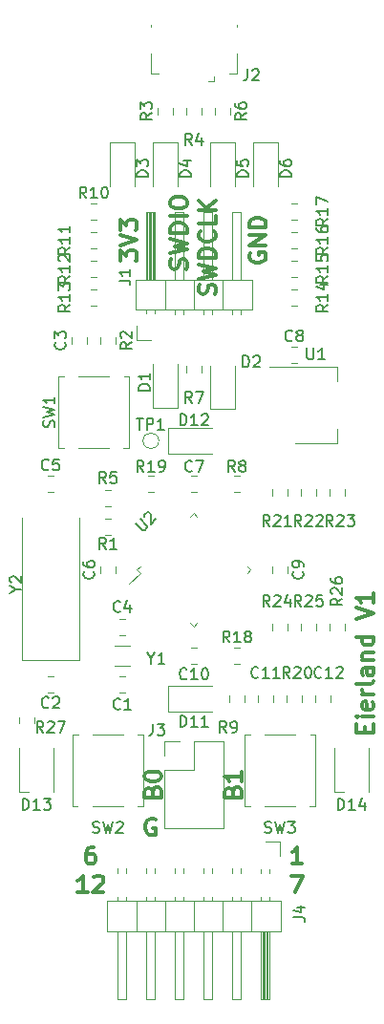
<source format=gbr>
G04 #@! TF.GenerationSoftware,KiCad,Pcbnew,5.0.2-bee76a0~70~ubuntu18.04.1*
G04 #@! TF.CreationDate,2019-11-16T15:20:31+01:00*
G04 #@! TF.ProjectId,Eierland,45696572-6c61-46e6-942e-6b696361645f,rev?*
G04 #@! TF.SameCoordinates,Original*
G04 #@! TF.FileFunction,Legend,Top*
G04 #@! TF.FilePolarity,Positive*
%FSLAX46Y46*%
G04 Gerber Fmt 4.6, Leading zero omitted, Abs format (unit mm)*
G04 Created by KiCad (PCBNEW 5.0.2-bee76a0~70~ubuntu18.04.1) date za 16 nov 2019 15:20:31 CET*
%MOMM*%
%LPD*%
G01*
G04 APERTURE LIST*
%ADD10C,0.300000*%
%ADD11C,0.120000*%
%ADD12C,0.150000*%
G04 APERTURE END LIST*
D10*
X147212857Y-129967857D02*
X147212857Y-129467857D01*
X147998571Y-129253571D02*
X147998571Y-129967857D01*
X146498571Y-129967857D01*
X146498571Y-129253571D01*
X147998571Y-128610714D02*
X146998571Y-128610714D01*
X146498571Y-128610714D02*
X146570000Y-128682142D01*
X146641428Y-128610714D01*
X146570000Y-128539285D01*
X146498571Y-128610714D01*
X146641428Y-128610714D01*
X147927142Y-127325000D02*
X147998571Y-127467857D01*
X147998571Y-127753571D01*
X147927142Y-127896428D01*
X147784285Y-127967857D01*
X147212857Y-127967857D01*
X147070000Y-127896428D01*
X146998571Y-127753571D01*
X146998571Y-127467857D01*
X147070000Y-127325000D01*
X147212857Y-127253571D01*
X147355714Y-127253571D01*
X147498571Y-127967857D01*
X147998571Y-126610714D02*
X146998571Y-126610714D01*
X147284285Y-126610714D02*
X147141428Y-126539285D01*
X147070000Y-126467857D01*
X146998571Y-126325000D01*
X146998571Y-126182142D01*
X147998571Y-125467857D02*
X147927142Y-125610714D01*
X147784285Y-125682142D01*
X146498571Y-125682142D01*
X147998571Y-124253571D02*
X147212857Y-124253571D01*
X147070000Y-124325000D01*
X146998571Y-124467857D01*
X146998571Y-124753571D01*
X147070000Y-124896428D01*
X147927142Y-124253571D02*
X147998571Y-124396428D01*
X147998571Y-124753571D01*
X147927142Y-124896428D01*
X147784285Y-124967857D01*
X147641428Y-124967857D01*
X147498571Y-124896428D01*
X147427142Y-124753571D01*
X147427142Y-124396428D01*
X147355714Y-124253571D01*
X146998571Y-123539285D02*
X147998571Y-123539285D01*
X147141428Y-123539285D02*
X147070000Y-123467857D01*
X146998571Y-123325000D01*
X146998571Y-123110714D01*
X147070000Y-122967857D01*
X147212857Y-122896428D01*
X147998571Y-122896428D01*
X147998571Y-121539285D02*
X146498571Y-121539285D01*
X147927142Y-121539285D02*
X147998571Y-121682142D01*
X147998571Y-121967857D01*
X147927142Y-122110714D01*
X147855714Y-122182142D01*
X147712857Y-122253571D01*
X147284285Y-122253571D01*
X147141428Y-122182142D01*
X147070000Y-122110714D01*
X146998571Y-121967857D01*
X146998571Y-121682142D01*
X147070000Y-121539285D01*
X146498571Y-119896428D02*
X147998571Y-119396428D01*
X146498571Y-118896428D01*
X147998571Y-117610714D02*
X147998571Y-118467857D01*
X147998571Y-118039285D02*
X146498571Y-118039285D01*
X146712857Y-118182142D01*
X146855714Y-118325000D01*
X146927142Y-118467857D01*
X137045000Y-87502857D02*
X136973571Y-87645714D01*
X136973571Y-87860000D01*
X137045000Y-88074285D01*
X137187857Y-88217142D01*
X137330714Y-88288571D01*
X137616428Y-88360000D01*
X137830714Y-88360000D01*
X138116428Y-88288571D01*
X138259285Y-88217142D01*
X138402142Y-88074285D01*
X138473571Y-87860000D01*
X138473571Y-87717142D01*
X138402142Y-87502857D01*
X138330714Y-87431428D01*
X137830714Y-87431428D01*
X137830714Y-87717142D01*
X138473571Y-86788571D02*
X136973571Y-86788571D01*
X138473571Y-85931428D01*
X136973571Y-85931428D01*
X138473571Y-85217142D02*
X136973571Y-85217142D01*
X136973571Y-84860000D01*
X137045000Y-84645714D01*
X137187857Y-84502857D01*
X137330714Y-84431428D01*
X137616428Y-84360000D01*
X137830714Y-84360000D01*
X138116428Y-84431428D01*
X138259285Y-84502857D01*
X138402142Y-84645714D01*
X138473571Y-84860000D01*
X138473571Y-85217142D01*
X133957142Y-91137857D02*
X134028571Y-90923571D01*
X134028571Y-90566428D01*
X133957142Y-90423571D01*
X133885714Y-90352142D01*
X133742857Y-90280714D01*
X133600000Y-90280714D01*
X133457142Y-90352142D01*
X133385714Y-90423571D01*
X133314285Y-90566428D01*
X133242857Y-90852142D01*
X133171428Y-90995000D01*
X133100000Y-91066428D01*
X132957142Y-91137857D01*
X132814285Y-91137857D01*
X132671428Y-91066428D01*
X132600000Y-90995000D01*
X132528571Y-90852142D01*
X132528571Y-90495000D01*
X132600000Y-90280714D01*
X132528571Y-89780714D02*
X134028571Y-89423571D01*
X132957142Y-89137857D01*
X134028571Y-88852142D01*
X132528571Y-88495000D01*
X134028571Y-87923571D02*
X132528571Y-87923571D01*
X132528571Y-87566428D01*
X132600000Y-87352142D01*
X132742857Y-87209285D01*
X132885714Y-87137857D01*
X133171428Y-87066428D01*
X133385714Y-87066428D01*
X133671428Y-87137857D01*
X133814285Y-87209285D01*
X133957142Y-87352142D01*
X134028571Y-87566428D01*
X134028571Y-87923571D01*
X133885714Y-85566428D02*
X133957142Y-85637857D01*
X134028571Y-85852142D01*
X134028571Y-85995000D01*
X133957142Y-86209285D01*
X133814285Y-86352142D01*
X133671428Y-86423571D01*
X133385714Y-86495000D01*
X133171428Y-86495000D01*
X132885714Y-86423571D01*
X132742857Y-86352142D01*
X132600000Y-86209285D01*
X132528571Y-85995000D01*
X132528571Y-85852142D01*
X132600000Y-85637857D01*
X132671428Y-85566428D01*
X134028571Y-84209285D02*
X134028571Y-84923571D01*
X132528571Y-84923571D01*
X134028571Y-83709285D02*
X132528571Y-83709285D01*
X134028571Y-82852142D02*
X133171428Y-83495000D01*
X132528571Y-82852142D02*
X133385714Y-83709285D01*
X131417142Y-88903571D02*
X131488571Y-88689285D01*
X131488571Y-88332142D01*
X131417142Y-88189285D01*
X131345714Y-88117857D01*
X131202857Y-88046428D01*
X131060000Y-88046428D01*
X130917142Y-88117857D01*
X130845714Y-88189285D01*
X130774285Y-88332142D01*
X130702857Y-88617857D01*
X130631428Y-88760714D01*
X130560000Y-88832142D01*
X130417142Y-88903571D01*
X130274285Y-88903571D01*
X130131428Y-88832142D01*
X130060000Y-88760714D01*
X129988571Y-88617857D01*
X129988571Y-88260714D01*
X130060000Y-88046428D01*
X129988571Y-87546428D02*
X131488571Y-87189285D01*
X130417142Y-86903571D01*
X131488571Y-86617857D01*
X129988571Y-86260714D01*
X131488571Y-85689285D02*
X129988571Y-85689285D01*
X129988571Y-85332142D01*
X130060000Y-85117857D01*
X130202857Y-84975000D01*
X130345714Y-84903571D01*
X130631428Y-84832142D01*
X130845714Y-84832142D01*
X131131428Y-84903571D01*
X131274285Y-84975000D01*
X131417142Y-85117857D01*
X131488571Y-85332142D01*
X131488571Y-85689285D01*
X131488571Y-84189285D02*
X129988571Y-84189285D01*
X129988571Y-83189285D02*
X129988571Y-82903571D01*
X130060000Y-82760714D01*
X130202857Y-82617857D01*
X130488571Y-82546428D01*
X130988571Y-82546428D01*
X131274285Y-82617857D01*
X131417142Y-82760714D01*
X131488571Y-82903571D01*
X131488571Y-83189285D01*
X131417142Y-83332142D01*
X131274285Y-83475000D01*
X130988571Y-83546428D01*
X130488571Y-83546428D01*
X130202857Y-83475000D01*
X130060000Y-83332142D01*
X129988571Y-83189285D01*
X125543571Y-88217142D02*
X125543571Y-87288571D01*
X126115000Y-87788571D01*
X126115000Y-87574285D01*
X126186428Y-87431428D01*
X126257857Y-87360000D01*
X126400714Y-87288571D01*
X126757857Y-87288571D01*
X126900714Y-87360000D01*
X126972142Y-87431428D01*
X127043571Y-87574285D01*
X127043571Y-88002857D01*
X126972142Y-88145714D01*
X126900714Y-88217142D01*
X125543571Y-86860000D02*
X127043571Y-86360000D01*
X125543571Y-85860000D01*
X125543571Y-85502857D02*
X125543571Y-84574285D01*
X126115000Y-85074285D01*
X126115000Y-84860000D01*
X126186428Y-84717142D01*
X126257857Y-84645714D01*
X126400714Y-84574285D01*
X126757857Y-84574285D01*
X126900714Y-84645714D01*
X126972142Y-84717142D01*
X127043571Y-84860000D01*
X127043571Y-85288571D01*
X126972142Y-85431428D01*
X126900714Y-85502857D01*
X128662857Y-137680000D02*
X128520000Y-137608571D01*
X128305714Y-137608571D01*
X128091428Y-137680000D01*
X127948571Y-137822857D01*
X127877142Y-137965714D01*
X127805714Y-138251428D01*
X127805714Y-138465714D01*
X127877142Y-138751428D01*
X127948571Y-138894285D01*
X128091428Y-139037142D01*
X128305714Y-139108571D01*
X128448571Y-139108571D01*
X128662857Y-139037142D01*
X128734285Y-138965714D01*
X128734285Y-138465714D01*
X128448571Y-138465714D01*
X122650285Y-144188571D02*
X121793142Y-144188571D01*
X122221714Y-144188571D02*
X122221714Y-142688571D01*
X122078857Y-142902857D01*
X121936000Y-143045714D01*
X121793142Y-143117142D01*
X123221714Y-142831428D02*
X123293142Y-142760000D01*
X123436000Y-142688571D01*
X123793142Y-142688571D01*
X123936000Y-142760000D01*
X124007428Y-142831428D01*
X124078857Y-142974285D01*
X124078857Y-143117142D01*
X124007428Y-143331428D01*
X123150285Y-144188571D01*
X124078857Y-144188571D01*
X140724000Y-142688571D02*
X141724000Y-142688571D01*
X141081142Y-144188571D01*
X123221714Y-140148571D02*
X122936000Y-140148571D01*
X122793142Y-140220000D01*
X122721714Y-140291428D01*
X122578857Y-140505714D01*
X122507428Y-140791428D01*
X122507428Y-141362857D01*
X122578857Y-141505714D01*
X122650285Y-141577142D01*
X122793142Y-141648571D01*
X123078857Y-141648571D01*
X123221714Y-141577142D01*
X123293142Y-141505714D01*
X123364571Y-141362857D01*
X123364571Y-141005714D01*
X123293142Y-140862857D01*
X123221714Y-140791428D01*
X123078857Y-140720000D01*
X122793142Y-140720000D01*
X122650285Y-140791428D01*
X122578857Y-140862857D01*
X122507428Y-141005714D01*
X141652571Y-141648571D02*
X140795428Y-141648571D01*
X141224000Y-141648571D02*
X141224000Y-140148571D01*
X141081142Y-140362857D01*
X140938285Y-140505714D01*
X140795428Y-140577142D01*
X135528857Y-135227142D02*
X135600285Y-135012857D01*
X135671714Y-134941428D01*
X135814571Y-134870000D01*
X136028857Y-134870000D01*
X136171714Y-134941428D01*
X136243142Y-135012857D01*
X136314571Y-135155714D01*
X136314571Y-135727142D01*
X134814571Y-135727142D01*
X134814571Y-135227142D01*
X134886000Y-135084285D01*
X134957428Y-135012857D01*
X135100285Y-134941428D01*
X135243142Y-134941428D01*
X135386000Y-135012857D01*
X135457428Y-135084285D01*
X135528857Y-135227142D01*
X135528857Y-135727142D01*
X136314571Y-133441428D02*
X136314571Y-134298571D01*
X136314571Y-133870000D02*
X134814571Y-133870000D01*
X135028857Y-134012857D01*
X135171714Y-134155714D01*
X135243142Y-134298571D01*
X128416857Y-135227142D02*
X128488285Y-135012857D01*
X128559714Y-134941428D01*
X128702571Y-134870000D01*
X128916857Y-134870000D01*
X129059714Y-134941428D01*
X129131142Y-135012857D01*
X129202571Y-135155714D01*
X129202571Y-135727142D01*
X127702571Y-135727142D01*
X127702571Y-135227142D01*
X127774000Y-135084285D01*
X127845428Y-135012857D01*
X127988285Y-134941428D01*
X128131142Y-134941428D01*
X128274000Y-135012857D01*
X128345428Y-135084285D01*
X128416857Y-135227142D01*
X128416857Y-135727142D01*
X127702571Y-133941428D02*
X127702571Y-133798571D01*
X127774000Y-133655714D01*
X127845428Y-133584285D01*
X127988285Y-133512857D01*
X128274000Y-133441428D01*
X128631142Y-133441428D01*
X128916857Y-133512857D01*
X129059714Y-133584285D01*
X129131142Y-133655714D01*
X129202571Y-133798571D01*
X129202571Y-133941428D01*
X129131142Y-134084285D01*
X129059714Y-134155714D01*
X128916857Y-134227142D01*
X128631142Y-134298571D01*
X128274000Y-134298571D01*
X127988285Y-134227142D01*
X127845428Y-134155714D01*
X127774000Y-134084285D01*
X127702571Y-133941428D01*
D11*
G04 #@! TO.C,U2*
X132080000Y-110535400D02*
X132376985Y-110832385D01*
X137114600Y-115570000D02*
X136817615Y-115273015D01*
X132080000Y-120604600D02*
X131783015Y-120307615D01*
X127045400Y-115570000D02*
X127342385Y-115273015D01*
X137114600Y-115570000D02*
X136817615Y-115866985D01*
X132080000Y-110535400D02*
X131783015Y-110832385D01*
X127342385Y-115866985D02*
X126366577Y-116842792D01*
X127045400Y-115570000D02*
X127342385Y-115866985D01*
X132080000Y-120604600D02*
X132376985Y-120307615D01*
G04 #@! TO.C,C1*
X125471422Y-126440000D02*
X125988578Y-126440000D01*
X125471422Y-125020000D02*
X125988578Y-125020000D01*
G04 #@! TO.C,C2*
X119638578Y-126440000D02*
X119121422Y-126440000D01*
X119638578Y-125020000D02*
X119121422Y-125020000D01*
G04 #@! TO.C,C3*
X121210000Y-95508578D02*
X121210000Y-94991422D01*
X122630000Y-95508578D02*
X122630000Y-94991422D01*
G04 #@! TO.C,C4*
X125988578Y-119940000D02*
X125471422Y-119940000D01*
X125988578Y-121360000D02*
X125471422Y-121360000D01*
G04 #@! TO.C,C5*
X119121422Y-108660000D02*
X119638578Y-108660000D01*
X119121422Y-107240000D02*
X119638578Y-107240000D01*
G04 #@! TO.C,C6*
X123750000Y-115828578D02*
X123750000Y-115311422D01*
X125170000Y-115828578D02*
X125170000Y-115311422D01*
G04 #@! TO.C,C7*
X132338578Y-107240000D02*
X131821422Y-107240000D01*
X132338578Y-108660000D02*
X131821422Y-108660000D01*
G04 #@! TO.C,C8*
X140711422Y-97230000D02*
X141228578Y-97230000D01*
X140711422Y-95810000D02*
X141228578Y-95810000D01*
G04 #@! TO.C,C9*
X140410000Y-115311422D02*
X140410000Y-115828578D01*
X138990000Y-115311422D02*
X138990000Y-115828578D01*
G04 #@! TO.C,C10*
X132338578Y-122480000D02*
X131821422Y-122480000D01*
X132338578Y-123900000D02*
X131821422Y-123900000D01*
G04 #@! TO.C,C11*
X139140000Y-126741422D02*
X139140000Y-127258578D01*
X137720000Y-126741422D02*
X137720000Y-127258578D01*
G04 #@! TO.C,C12*
X142800000Y-127258578D02*
X142800000Y-126741422D01*
X144220000Y-127258578D02*
X144220000Y-126741422D01*
G04 #@! TO.C,D1*
X128405000Y-97330000D02*
X128405000Y-101215000D01*
X128405000Y-101215000D02*
X130675000Y-101215000D01*
X130675000Y-101215000D02*
X130675000Y-97330000D01*
G04 #@! TO.C,D2*
X135755000Y-101345000D02*
X135755000Y-97460000D01*
X133485000Y-101345000D02*
X135755000Y-101345000D01*
X133485000Y-97460000D02*
X133485000Y-101345000D01*
G04 #@! TO.C,D3*
X124595000Y-77725000D02*
X124595000Y-81610000D01*
X126865000Y-77725000D02*
X124595000Y-77725000D01*
X126865000Y-81610000D02*
X126865000Y-77725000D01*
G04 #@! TO.C,D4*
X130675000Y-81610000D02*
X130675000Y-77725000D01*
X130675000Y-77725000D02*
X128405000Y-77725000D01*
X128405000Y-77725000D02*
X128405000Y-81610000D01*
G04 #@! TO.C,D5*
X135755000Y-81610000D02*
X135755000Y-77725000D01*
X135755000Y-77725000D02*
X133485000Y-77725000D01*
X133485000Y-77725000D02*
X133485000Y-81610000D01*
G04 #@! TO.C,D6*
X137295000Y-77725000D02*
X137295000Y-81610000D01*
X139565000Y-77725000D02*
X137295000Y-77725000D01*
X139565000Y-81610000D02*
X139565000Y-77725000D01*
G04 #@! TO.C,D11*
X133680000Y-125865000D02*
X129795000Y-125865000D01*
X129795000Y-125865000D02*
X129795000Y-128135000D01*
X129795000Y-128135000D02*
X133680000Y-128135000D01*
G04 #@! TO.C,D12*
X129795000Y-105275000D02*
X133680000Y-105275000D01*
X129795000Y-103005000D02*
X129795000Y-105275000D01*
X133680000Y-103005000D02*
X129795000Y-103005000D01*
G04 #@! TO.C,D13*
X117410000Y-135300000D02*
X116610000Y-135300000D01*
X116610000Y-135300000D02*
X116610000Y-131400000D01*
X119610000Y-135300000D02*
X119610000Y-131400000D01*
G04 #@! TO.C,D14*
X147550000Y-135300000D02*
X147550000Y-131400000D01*
X144550000Y-135300000D02*
X144550000Y-131400000D01*
X145350000Y-135300000D02*
X144550000Y-135300000D01*
G04 #@! TO.C,J1*
X126940000Y-92540000D02*
X137220000Y-92540000D01*
X137220000Y-92540000D02*
X137220000Y-89880000D01*
X137220000Y-89880000D02*
X126940000Y-89880000D01*
X126940000Y-89880000D02*
X126940000Y-92540000D01*
X127890000Y-89880000D02*
X127890000Y-83880000D01*
X127890000Y-83880000D02*
X128650000Y-83880000D01*
X128650000Y-83880000D02*
X128650000Y-89880000D01*
X127950000Y-89880000D02*
X127950000Y-83880000D01*
X128070000Y-89880000D02*
X128070000Y-83880000D01*
X128190000Y-89880000D02*
X128190000Y-83880000D01*
X128310000Y-89880000D02*
X128310000Y-83880000D01*
X128430000Y-89880000D02*
X128430000Y-83880000D01*
X128550000Y-89880000D02*
X128550000Y-83880000D01*
X127890000Y-92870000D02*
X127890000Y-92540000D01*
X128650000Y-92870000D02*
X128650000Y-92540000D01*
X129540000Y-92540000D02*
X129540000Y-89880000D01*
X130430000Y-89880000D02*
X130430000Y-83880000D01*
X130430000Y-83880000D02*
X131190000Y-83880000D01*
X131190000Y-83880000D02*
X131190000Y-89880000D01*
X130430000Y-92937071D02*
X130430000Y-92540000D01*
X131190000Y-92937071D02*
X131190000Y-92540000D01*
X132080000Y-92540000D02*
X132080000Y-89880000D01*
X132970000Y-89880000D02*
X132970000Y-83880000D01*
X132970000Y-83880000D02*
X133730000Y-83880000D01*
X133730000Y-83880000D02*
X133730000Y-89880000D01*
X132970000Y-92937071D02*
X132970000Y-92540000D01*
X133730000Y-92937071D02*
X133730000Y-92540000D01*
X134620000Y-92540000D02*
X134620000Y-89880000D01*
X135510000Y-89880000D02*
X135510000Y-83880000D01*
X135510000Y-83880000D02*
X136270000Y-83880000D01*
X136270000Y-83880000D02*
X136270000Y-89880000D01*
X135510000Y-92937071D02*
X135510000Y-92540000D01*
X136270000Y-92937071D02*
X136270000Y-92540000D01*
X128270000Y-95250000D02*
X127000000Y-95250000D01*
X127000000Y-95250000D02*
X127000000Y-93980000D01*
G04 #@! TO.C,J2*
X135890000Y-71560000D02*
X135230000Y-71560000D01*
X135890000Y-69830000D02*
X135890000Y-71560000D01*
X128270000Y-67260000D02*
X128270000Y-67470000D01*
X135890000Y-67260000D02*
X135890000Y-67470000D01*
X128270000Y-69830000D02*
X128270000Y-71560000D01*
X128270000Y-71560000D02*
X128920000Y-71560000D01*
X133840000Y-72260000D02*
X133390000Y-72260000D01*
X133840000Y-72260000D02*
X133840000Y-71870000D01*
G04 #@! TO.C,J3*
X129480000Y-138490000D02*
X134680000Y-138490000D01*
X129480000Y-133350000D02*
X129480000Y-138490000D01*
X134680000Y-130750000D02*
X134680000Y-138490000D01*
X129480000Y-133350000D02*
X132080000Y-133350000D01*
X132080000Y-133350000D02*
X132080000Y-130750000D01*
X132080000Y-130750000D02*
X134680000Y-130750000D01*
X129480000Y-132080000D02*
X129480000Y-130750000D01*
X129480000Y-130750000D02*
X130810000Y-130750000D01*
G04 #@! TO.C,J4*
X139760000Y-144950000D02*
X124400000Y-144950000D01*
X124400000Y-144950000D02*
X124400000Y-147610000D01*
X124400000Y-147610000D02*
X139760000Y-147610000D01*
X139760000Y-147610000D02*
X139760000Y-144950000D01*
X138810000Y-147610000D02*
X138810000Y-153610000D01*
X138810000Y-153610000D02*
X138050000Y-153610000D01*
X138050000Y-153610000D02*
X138050000Y-147610000D01*
X138750000Y-147610000D02*
X138750000Y-153610000D01*
X138630000Y-147610000D02*
X138630000Y-153610000D01*
X138510000Y-147610000D02*
X138510000Y-153610000D01*
X138390000Y-147610000D02*
X138390000Y-153610000D01*
X138270000Y-147610000D02*
X138270000Y-153610000D01*
X138150000Y-147610000D02*
X138150000Y-153610000D01*
X138810000Y-144552929D02*
X138810000Y-144950000D01*
X138050000Y-144552929D02*
X138050000Y-144950000D01*
X138810000Y-142080000D02*
X138810000Y-142467071D01*
X138050000Y-142080000D02*
X138050000Y-142467071D01*
X137160000Y-144950000D02*
X137160000Y-147610000D01*
X136270000Y-147610000D02*
X136270000Y-153610000D01*
X136270000Y-153610000D02*
X135510000Y-153610000D01*
X135510000Y-153610000D02*
X135510000Y-147610000D01*
X136270000Y-144552929D02*
X136270000Y-144950000D01*
X135510000Y-144552929D02*
X135510000Y-144950000D01*
X136270000Y-142012929D02*
X136270000Y-142467071D01*
X135510000Y-142012929D02*
X135510000Y-142467071D01*
X134620000Y-144950000D02*
X134620000Y-147610000D01*
X133730000Y-147610000D02*
X133730000Y-153610000D01*
X133730000Y-153610000D02*
X132970000Y-153610000D01*
X132970000Y-153610000D02*
X132970000Y-147610000D01*
X133730000Y-144552929D02*
X133730000Y-144950000D01*
X132970000Y-144552929D02*
X132970000Y-144950000D01*
X133730000Y-142012929D02*
X133730000Y-142467071D01*
X132970000Y-142012929D02*
X132970000Y-142467071D01*
X132080000Y-144950000D02*
X132080000Y-147610000D01*
X131190000Y-147610000D02*
X131190000Y-153610000D01*
X131190000Y-153610000D02*
X130430000Y-153610000D01*
X130430000Y-153610000D02*
X130430000Y-147610000D01*
X131190000Y-144552929D02*
X131190000Y-144950000D01*
X130430000Y-144552929D02*
X130430000Y-144950000D01*
X131190000Y-142012929D02*
X131190000Y-142467071D01*
X130430000Y-142012929D02*
X130430000Y-142467071D01*
X129540000Y-144950000D02*
X129540000Y-147610000D01*
X128650000Y-147610000D02*
X128650000Y-153610000D01*
X128650000Y-153610000D02*
X127890000Y-153610000D01*
X127890000Y-153610000D02*
X127890000Y-147610000D01*
X128650000Y-144552929D02*
X128650000Y-144950000D01*
X127890000Y-144552929D02*
X127890000Y-144950000D01*
X128650000Y-142012929D02*
X128650000Y-142467071D01*
X127890000Y-142012929D02*
X127890000Y-142467071D01*
X127000000Y-144950000D02*
X127000000Y-147610000D01*
X126110000Y-147610000D02*
X126110000Y-153610000D01*
X126110000Y-153610000D02*
X125350000Y-153610000D01*
X125350000Y-153610000D02*
X125350000Y-147610000D01*
X126110000Y-144552929D02*
X126110000Y-144950000D01*
X125350000Y-144552929D02*
X125350000Y-144950000D01*
X126110000Y-142012929D02*
X126110000Y-142467071D01*
X125350000Y-142012929D02*
X125350000Y-142467071D01*
X138430000Y-139700000D02*
X139700000Y-139700000D01*
X139700000Y-139700000D02*
X139700000Y-140970000D01*
G04 #@! TO.C,R1*
X124201422Y-112470000D02*
X124718578Y-112470000D01*
X124201422Y-111050000D02*
X124718578Y-111050000D01*
G04 #@! TO.C,R2*
X123750000Y-94991422D02*
X123750000Y-95508578D01*
X125170000Y-94991422D02*
X125170000Y-95508578D01*
G04 #@! TO.C,R3*
X130250000Y-75188578D02*
X130250000Y-74671422D01*
X128830000Y-75188578D02*
X128830000Y-74671422D01*
G04 #@! TO.C,R4*
X131370000Y-75188578D02*
X131370000Y-74671422D01*
X132790000Y-75188578D02*
X132790000Y-74671422D01*
G04 #@! TO.C,R5*
X124718578Y-109930000D02*
X124201422Y-109930000D01*
X124718578Y-108510000D02*
X124201422Y-108510000D01*
G04 #@! TO.C,R6*
X133910000Y-74671422D02*
X133910000Y-75188578D01*
X135330000Y-74671422D02*
X135330000Y-75188578D01*
G04 #@! TO.C,R7*
X131370000Y-98048578D02*
X131370000Y-97531422D01*
X132790000Y-98048578D02*
X132790000Y-97531422D01*
G04 #@! TO.C,R8*
X136148578Y-108660000D02*
X135631422Y-108660000D01*
X136148578Y-107240000D02*
X135631422Y-107240000D01*
G04 #@! TO.C,R9*
X135180000Y-127258578D02*
X135180000Y-126741422D01*
X136600000Y-127258578D02*
X136600000Y-126741422D01*
G04 #@! TO.C,R10*
X122931422Y-83110000D02*
X123448578Y-83110000D01*
X122931422Y-84530000D02*
X123448578Y-84530000D01*
G04 #@! TO.C,R11*
X122931422Y-87070000D02*
X123448578Y-87070000D01*
X122931422Y-85650000D02*
X123448578Y-85650000D01*
G04 #@! TO.C,R12*
X122931422Y-88190000D02*
X123448578Y-88190000D01*
X122931422Y-89610000D02*
X123448578Y-89610000D01*
G04 #@! TO.C,R13*
X122931422Y-92150000D02*
X123448578Y-92150000D01*
X122931422Y-90730000D02*
X123448578Y-90730000D01*
G04 #@! TO.C,R14*
X141228578Y-92150000D02*
X140711422Y-92150000D01*
X141228578Y-90730000D02*
X140711422Y-90730000D01*
G04 #@! TO.C,R15*
X141228578Y-88190000D02*
X140711422Y-88190000D01*
X141228578Y-89610000D02*
X140711422Y-89610000D01*
G04 #@! TO.C,R16*
X141228578Y-87070000D02*
X140711422Y-87070000D01*
X141228578Y-85650000D02*
X140711422Y-85650000D01*
G04 #@! TO.C,R17*
X141228578Y-83110000D02*
X140711422Y-83110000D01*
X141228578Y-84530000D02*
X140711422Y-84530000D01*
G04 #@! TO.C,R18*
X135631422Y-122480000D02*
X136148578Y-122480000D01*
X135631422Y-123900000D02*
X136148578Y-123900000D01*
G04 #@! TO.C,R19*
X128011422Y-108660000D02*
X128528578Y-108660000D01*
X128011422Y-107240000D02*
X128528578Y-107240000D01*
G04 #@! TO.C,R20*
X140260000Y-126741422D02*
X140260000Y-127258578D01*
X141680000Y-126741422D02*
X141680000Y-127258578D01*
G04 #@! TO.C,R21*
X138990000Y-108970578D02*
X138990000Y-108453422D01*
X140410000Y-108970578D02*
X140410000Y-108453422D01*
G04 #@! TO.C,R22*
X142950000Y-108970578D02*
X142950000Y-108453422D01*
X141530000Y-108970578D02*
X141530000Y-108453422D01*
G04 #@! TO.C,R23*
X144070000Y-108970578D02*
X144070000Y-108453422D01*
X145490000Y-108970578D02*
X145490000Y-108453422D01*
G04 #@! TO.C,R24*
X140410000Y-120908578D02*
X140410000Y-120391422D01*
X138990000Y-120908578D02*
X138990000Y-120391422D01*
G04 #@! TO.C,R25*
X141530000Y-120908578D02*
X141530000Y-120391422D01*
X142950000Y-120908578D02*
X142950000Y-120391422D01*
G04 #@! TO.C,R26*
X145490000Y-120908578D02*
X145490000Y-120391422D01*
X144070000Y-120908578D02*
X144070000Y-120391422D01*
G04 #@! TO.C,SW1*
X125840000Y-104750000D02*
X126290000Y-104750000D01*
X126290000Y-104750000D02*
X126290000Y-98450000D01*
X126290000Y-98450000D02*
X125890000Y-98450000D01*
X124540000Y-104750000D02*
X121840000Y-104750000D01*
X121840000Y-98450000D02*
X124540000Y-98450000D01*
X120090000Y-104750000D02*
X120090000Y-98450000D01*
X120090000Y-98450000D02*
X120540000Y-98450000D01*
X120540000Y-104750000D02*
X120090000Y-104750000D01*
G04 #@! TO.C,SW2*
X127110000Y-130200000D02*
X127560000Y-130200000D01*
X127560000Y-136500000D02*
X127110000Y-136500000D01*
X127560000Y-130200000D02*
X127560000Y-136500000D01*
X125810000Y-136500000D02*
X123110000Y-136500000D01*
X123110000Y-130200000D02*
X125810000Y-130200000D01*
X121360000Y-136500000D02*
X121760000Y-136500000D01*
X121360000Y-130200000D02*
X121360000Y-136500000D01*
X121810000Y-130200000D02*
X121360000Y-130200000D01*
G04 #@! TO.C,SW3*
X142350000Y-136500000D02*
X142800000Y-136500000D01*
X142800000Y-136500000D02*
X142800000Y-130200000D01*
X142800000Y-130200000D02*
X142400000Y-130200000D01*
X141050000Y-136500000D02*
X138350000Y-136500000D01*
X138350000Y-130200000D02*
X141050000Y-130200000D01*
X136600000Y-136500000D02*
X136600000Y-130200000D01*
X136600000Y-130200000D02*
X137050000Y-130200000D01*
X137050000Y-136500000D02*
X136600000Y-136500000D01*
G04 #@! TO.C,TP1*
X128970000Y-104140000D02*
G75*
G03X128970000Y-104140000I-700000J0D01*
G01*
G04 #@! TO.C,Y1*
X125055000Y-124065000D02*
X126405000Y-124065000D01*
X125055000Y-122315000D02*
X126405000Y-122315000D01*
G04 #@! TO.C,Y2*
X116830000Y-110940000D02*
X116830000Y-123540000D01*
X116830000Y-123540000D02*
X121930000Y-123540000D01*
X121930000Y-123540000D02*
X121930000Y-110940000D01*
G04 #@! TO.C,R27*
X117985001Y-128646422D02*
X117985001Y-129163578D01*
X116565001Y-128646422D02*
X116565001Y-129163578D01*
G04 #@! TO.C,U1*
X144785000Y-104375000D02*
X144785000Y-103115000D01*
X144785000Y-97555000D02*
X144785000Y-98815000D01*
X141025000Y-104375000D02*
X144785000Y-104375000D01*
X138775000Y-97555000D02*
X144785000Y-97555000D01*
G04 #@! TO.C,U2*
D12*
X126911385Y-111478881D02*
X127483805Y-112051301D01*
X127584820Y-112084973D01*
X127652164Y-112084973D01*
X127753179Y-112051301D01*
X127887866Y-111916614D01*
X127921538Y-111815599D01*
X127921538Y-111748255D01*
X127887866Y-111647240D01*
X127315446Y-111074820D01*
X127685836Y-110839118D02*
X127685836Y-110771775D01*
X127719507Y-110670759D01*
X127887866Y-110502401D01*
X127988881Y-110468729D01*
X128056225Y-110468729D01*
X128157240Y-110502401D01*
X128224584Y-110569744D01*
X128291927Y-110704431D01*
X128291927Y-111512553D01*
X128729660Y-111074820D01*
G04 #@! TO.C,C1*
X125563333Y-127865142D02*
X125515714Y-127912761D01*
X125372857Y-127960380D01*
X125277619Y-127960380D01*
X125134761Y-127912761D01*
X125039523Y-127817523D01*
X124991904Y-127722285D01*
X124944285Y-127531809D01*
X124944285Y-127388952D01*
X124991904Y-127198476D01*
X125039523Y-127103238D01*
X125134761Y-127008000D01*
X125277619Y-126960380D01*
X125372857Y-126960380D01*
X125515714Y-127008000D01*
X125563333Y-127055619D01*
X126515714Y-127960380D02*
X125944285Y-127960380D01*
X126230000Y-127960380D02*
X126230000Y-126960380D01*
X126134761Y-127103238D01*
X126039523Y-127198476D01*
X125944285Y-127246095D01*
G04 #@! TO.C,C2*
X119213333Y-127737142D02*
X119165714Y-127784761D01*
X119022857Y-127832380D01*
X118927619Y-127832380D01*
X118784761Y-127784761D01*
X118689523Y-127689523D01*
X118641904Y-127594285D01*
X118594285Y-127403809D01*
X118594285Y-127260952D01*
X118641904Y-127070476D01*
X118689523Y-126975238D01*
X118784761Y-126880000D01*
X118927619Y-126832380D01*
X119022857Y-126832380D01*
X119165714Y-126880000D01*
X119213333Y-126927619D01*
X119594285Y-126927619D02*
X119641904Y-126880000D01*
X119737142Y-126832380D01*
X119975238Y-126832380D01*
X120070476Y-126880000D01*
X120118095Y-126927619D01*
X120165714Y-127022857D01*
X120165714Y-127118095D01*
X120118095Y-127260952D01*
X119546666Y-127832380D01*
X120165714Y-127832380D01*
G04 #@! TO.C,C3*
X120627142Y-95416666D02*
X120674761Y-95464285D01*
X120722380Y-95607142D01*
X120722380Y-95702380D01*
X120674761Y-95845238D01*
X120579523Y-95940476D01*
X120484285Y-95988095D01*
X120293809Y-96035714D01*
X120150952Y-96035714D01*
X119960476Y-95988095D01*
X119865238Y-95940476D01*
X119770000Y-95845238D01*
X119722380Y-95702380D01*
X119722380Y-95607142D01*
X119770000Y-95464285D01*
X119817619Y-95416666D01*
X119722380Y-95083333D02*
X119722380Y-94464285D01*
X120103333Y-94797619D01*
X120103333Y-94654761D01*
X120150952Y-94559523D01*
X120198571Y-94511904D01*
X120293809Y-94464285D01*
X120531904Y-94464285D01*
X120627142Y-94511904D01*
X120674761Y-94559523D01*
X120722380Y-94654761D01*
X120722380Y-94940476D01*
X120674761Y-95035714D01*
X120627142Y-95083333D01*
G04 #@! TO.C,C4*
X125563333Y-119229142D02*
X125515714Y-119276761D01*
X125372857Y-119324380D01*
X125277619Y-119324380D01*
X125134761Y-119276761D01*
X125039523Y-119181523D01*
X124991904Y-119086285D01*
X124944285Y-118895809D01*
X124944285Y-118752952D01*
X124991904Y-118562476D01*
X125039523Y-118467238D01*
X125134761Y-118372000D01*
X125277619Y-118324380D01*
X125372857Y-118324380D01*
X125515714Y-118372000D01*
X125563333Y-118419619D01*
X126420476Y-118657714D02*
X126420476Y-119324380D01*
X126182380Y-118276761D02*
X125944285Y-118991047D01*
X126563333Y-118991047D01*
G04 #@! TO.C,C5*
X119213333Y-106657142D02*
X119165714Y-106704761D01*
X119022857Y-106752380D01*
X118927619Y-106752380D01*
X118784761Y-106704761D01*
X118689523Y-106609523D01*
X118641904Y-106514285D01*
X118594285Y-106323809D01*
X118594285Y-106180952D01*
X118641904Y-105990476D01*
X118689523Y-105895238D01*
X118784761Y-105800000D01*
X118927619Y-105752380D01*
X119022857Y-105752380D01*
X119165714Y-105800000D01*
X119213333Y-105847619D01*
X120118095Y-105752380D02*
X119641904Y-105752380D01*
X119594285Y-106228571D01*
X119641904Y-106180952D01*
X119737142Y-106133333D01*
X119975238Y-106133333D01*
X120070476Y-106180952D01*
X120118095Y-106228571D01*
X120165714Y-106323809D01*
X120165714Y-106561904D01*
X120118095Y-106657142D01*
X120070476Y-106704761D01*
X119975238Y-106752380D01*
X119737142Y-106752380D01*
X119641904Y-106704761D01*
X119594285Y-106657142D01*
G04 #@! TO.C,C6*
X123167142Y-115736666D02*
X123214761Y-115784285D01*
X123262380Y-115927142D01*
X123262380Y-116022380D01*
X123214761Y-116165238D01*
X123119523Y-116260476D01*
X123024285Y-116308095D01*
X122833809Y-116355714D01*
X122690952Y-116355714D01*
X122500476Y-116308095D01*
X122405238Y-116260476D01*
X122310000Y-116165238D01*
X122262380Y-116022380D01*
X122262380Y-115927142D01*
X122310000Y-115784285D01*
X122357619Y-115736666D01*
X122262380Y-114879523D02*
X122262380Y-115070000D01*
X122310000Y-115165238D01*
X122357619Y-115212857D01*
X122500476Y-115308095D01*
X122690952Y-115355714D01*
X123071904Y-115355714D01*
X123167142Y-115308095D01*
X123214761Y-115260476D01*
X123262380Y-115165238D01*
X123262380Y-114974761D01*
X123214761Y-114879523D01*
X123167142Y-114831904D01*
X123071904Y-114784285D01*
X122833809Y-114784285D01*
X122738571Y-114831904D01*
X122690952Y-114879523D01*
X122643333Y-114974761D01*
X122643333Y-115165238D01*
X122690952Y-115260476D01*
X122738571Y-115308095D01*
X122833809Y-115355714D01*
G04 #@! TO.C,C7*
X131913333Y-106783142D02*
X131865714Y-106830761D01*
X131722857Y-106878380D01*
X131627619Y-106878380D01*
X131484761Y-106830761D01*
X131389523Y-106735523D01*
X131341904Y-106640285D01*
X131294285Y-106449809D01*
X131294285Y-106306952D01*
X131341904Y-106116476D01*
X131389523Y-106021238D01*
X131484761Y-105926000D01*
X131627619Y-105878380D01*
X131722857Y-105878380D01*
X131865714Y-105926000D01*
X131913333Y-105973619D01*
X132246666Y-105878380D02*
X132913333Y-105878380D01*
X132484761Y-106878380D01*
G04 #@! TO.C,C8*
X140803333Y-95227142D02*
X140755714Y-95274761D01*
X140612857Y-95322380D01*
X140517619Y-95322380D01*
X140374761Y-95274761D01*
X140279523Y-95179523D01*
X140231904Y-95084285D01*
X140184285Y-94893809D01*
X140184285Y-94750952D01*
X140231904Y-94560476D01*
X140279523Y-94465238D01*
X140374761Y-94370000D01*
X140517619Y-94322380D01*
X140612857Y-94322380D01*
X140755714Y-94370000D01*
X140803333Y-94417619D01*
X141374761Y-94750952D02*
X141279523Y-94703333D01*
X141231904Y-94655714D01*
X141184285Y-94560476D01*
X141184285Y-94512857D01*
X141231904Y-94417619D01*
X141279523Y-94370000D01*
X141374761Y-94322380D01*
X141565238Y-94322380D01*
X141660476Y-94370000D01*
X141708095Y-94417619D01*
X141755714Y-94512857D01*
X141755714Y-94560476D01*
X141708095Y-94655714D01*
X141660476Y-94703333D01*
X141565238Y-94750952D01*
X141374761Y-94750952D01*
X141279523Y-94798571D01*
X141231904Y-94846190D01*
X141184285Y-94941428D01*
X141184285Y-95131904D01*
X141231904Y-95227142D01*
X141279523Y-95274761D01*
X141374761Y-95322380D01*
X141565238Y-95322380D01*
X141660476Y-95274761D01*
X141708095Y-95227142D01*
X141755714Y-95131904D01*
X141755714Y-94941428D01*
X141708095Y-94846190D01*
X141660476Y-94798571D01*
X141565238Y-94750952D01*
G04 #@! TO.C,C9*
X141707142Y-115736666D02*
X141754761Y-115784285D01*
X141802380Y-115927142D01*
X141802380Y-116022380D01*
X141754761Y-116165238D01*
X141659523Y-116260476D01*
X141564285Y-116308095D01*
X141373809Y-116355714D01*
X141230952Y-116355714D01*
X141040476Y-116308095D01*
X140945238Y-116260476D01*
X140850000Y-116165238D01*
X140802380Y-116022380D01*
X140802380Y-115927142D01*
X140850000Y-115784285D01*
X140897619Y-115736666D01*
X141802380Y-115260476D02*
X141802380Y-115070000D01*
X141754761Y-114974761D01*
X141707142Y-114927142D01*
X141564285Y-114831904D01*
X141373809Y-114784285D01*
X140992857Y-114784285D01*
X140897619Y-114831904D01*
X140850000Y-114879523D01*
X140802380Y-114974761D01*
X140802380Y-115165238D01*
X140850000Y-115260476D01*
X140897619Y-115308095D01*
X140992857Y-115355714D01*
X141230952Y-115355714D01*
X141326190Y-115308095D01*
X141373809Y-115260476D01*
X141421428Y-115165238D01*
X141421428Y-114974761D01*
X141373809Y-114879523D01*
X141326190Y-114831904D01*
X141230952Y-114784285D01*
G04 #@! TO.C,C10*
X131437142Y-125197142D02*
X131389523Y-125244761D01*
X131246666Y-125292380D01*
X131151428Y-125292380D01*
X131008571Y-125244761D01*
X130913333Y-125149523D01*
X130865714Y-125054285D01*
X130818095Y-124863809D01*
X130818095Y-124720952D01*
X130865714Y-124530476D01*
X130913333Y-124435238D01*
X131008571Y-124340000D01*
X131151428Y-124292380D01*
X131246666Y-124292380D01*
X131389523Y-124340000D01*
X131437142Y-124387619D01*
X132389523Y-125292380D02*
X131818095Y-125292380D01*
X132103809Y-125292380D02*
X132103809Y-124292380D01*
X132008571Y-124435238D01*
X131913333Y-124530476D01*
X131818095Y-124578095D01*
X133008571Y-124292380D02*
X133103809Y-124292380D01*
X133199047Y-124340000D01*
X133246666Y-124387619D01*
X133294285Y-124482857D01*
X133341904Y-124673333D01*
X133341904Y-124911428D01*
X133294285Y-125101904D01*
X133246666Y-125197142D01*
X133199047Y-125244761D01*
X133103809Y-125292380D01*
X133008571Y-125292380D01*
X132913333Y-125244761D01*
X132865714Y-125197142D01*
X132818095Y-125101904D01*
X132770476Y-124911428D01*
X132770476Y-124673333D01*
X132818095Y-124482857D01*
X132865714Y-124387619D01*
X132913333Y-124340000D01*
X133008571Y-124292380D01*
G04 #@! TO.C,C11*
X137787142Y-125071142D02*
X137739523Y-125118761D01*
X137596666Y-125166380D01*
X137501428Y-125166380D01*
X137358571Y-125118761D01*
X137263333Y-125023523D01*
X137215714Y-124928285D01*
X137168095Y-124737809D01*
X137168095Y-124594952D01*
X137215714Y-124404476D01*
X137263333Y-124309238D01*
X137358571Y-124214000D01*
X137501428Y-124166380D01*
X137596666Y-124166380D01*
X137739523Y-124214000D01*
X137787142Y-124261619D01*
X138739523Y-125166380D02*
X138168095Y-125166380D01*
X138453809Y-125166380D02*
X138453809Y-124166380D01*
X138358571Y-124309238D01*
X138263333Y-124404476D01*
X138168095Y-124452095D01*
X139691904Y-125166380D02*
X139120476Y-125166380D01*
X139406190Y-125166380D02*
X139406190Y-124166380D01*
X139310952Y-124309238D01*
X139215714Y-124404476D01*
X139120476Y-124452095D01*
G04 #@! TO.C,C12*
X143375142Y-125071142D02*
X143327523Y-125118761D01*
X143184666Y-125166380D01*
X143089428Y-125166380D01*
X142946571Y-125118761D01*
X142851333Y-125023523D01*
X142803714Y-124928285D01*
X142756095Y-124737809D01*
X142756095Y-124594952D01*
X142803714Y-124404476D01*
X142851333Y-124309238D01*
X142946571Y-124214000D01*
X143089428Y-124166380D01*
X143184666Y-124166380D01*
X143327523Y-124214000D01*
X143375142Y-124261619D01*
X144327523Y-125166380D02*
X143756095Y-125166380D01*
X144041809Y-125166380D02*
X144041809Y-124166380D01*
X143946571Y-124309238D01*
X143851333Y-124404476D01*
X143756095Y-124452095D01*
X144708476Y-124261619D02*
X144756095Y-124214000D01*
X144851333Y-124166380D01*
X145089428Y-124166380D01*
X145184666Y-124214000D01*
X145232285Y-124261619D01*
X145279904Y-124356857D01*
X145279904Y-124452095D01*
X145232285Y-124594952D01*
X144660857Y-125166380D01*
X145279904Y-125166380D01*
G04 #@! TO.C,D1*
X128172380Y-99668095D02*
X127172380Y-99668095D01*
X127172380Y-99430000D01*
X127220000Y-99287142D01*
X127315238Y-99191904D01*
X127410476Y-99144285D01*
X127600952Y-99096666D01*
X127743809Y-99096666D01*
X127934285Y-99144285D01*
X128029523Y-99191904D01*
X128124761Y-99287142D01*
X128172380Y-99430000D01*
X128172380Y-99668095D01*
X128172380Y-98144285D02*
X128172380Y-98715714D01*
X128172380Y-98430000D02*
X127172380Y-98430000D01*
X127315238Y-98525238D01*
X127410476Y-98620476D01*
X127458095Y-98715714D01*
G04 #@! TO.C,D2*
X136421904Y-97607380D02*
X136421904Y-96607380D01*
X136660000Y-96607380D01*
X136802857Y-96655000D01*
X136898095Y-96750238D01*
X136945714Y-96845476D01*
X136993333Y-97035952D01*
X136993333Y-97178809D01*
X136945714Y-97369285D01*
X136898095Y-97464523D01*
X136802857Y-97559761D01*
X136660000Y-97607380D01*
X136421904Y-97607380D01*
X137374285Y-96702619D02*
X137421904Y-96655000D01*
X137517142Y-96607380D01*
X137755238Y-96607380D01*
X137850476Y-96655000D01*
X137898095Y-96702619D01*
X137945714Y-96797857D01*
X137945714Y-96893095D01*
X137898095Y-97035952D01*
X137326666Y-97607380D01*
X137945714Y-97607380D01*
G04 #@! TO.C,D3*
X128002380Y-80748095D02*
X127002380Y-80748095D01*
X127002380Y-80510000D01*
X127050000Y-80367142D01*
X127145238Y-80271904D01*
X127240476Y-80224285D01*
X127430952Y-80176666D01*
X127573809Y-80176666D01*
X127764285Y-80224285D01*
X127859523Y-80271904D01*
X127954761Y-80367142D01*
X128002380Y-80510000D01*
X128002380Y-80748095D01*
X127002380Y-79843333D02*
X127002380Y-79224285D01*
X127383333Y-79557619D01*
X127383333Y-79414761D01*
X127430952Y-79319523D01*
X127478571Y-79271904D01*
X127573809Y-79224285D01*
X127811904Y-79224285D01*
X127907142Y-79271904D01*
X127954761Y-79319523D01*
X128002380Y-79414761D01*
X128002380Y-79700476D01*
X127954761Y-79795714D01*
X127907142Y-79843333D01*
G04 #@! TO.C,D4*
X131812380Y-80748095D02*
X130812380Y-80748095D01*
X130812380Y-80510000D01*
X130860000Y-80367142D01*
X130955238Y-80271904D01*
X131050476Y-80224285D01*
X131240952Y-80176666D01*
X131383809Y-80176666D01*
X131574285Y-80224285D01*
X131669523Y-80271904D01*
X131764761Y-80367142D01*
X131812380Y-80510000D01*
X131812380Y-80748095D01*
X131145714Y-79319523D02*
X131812380Y-79319523D01*
X130764761Y-79557619D02*
X131479047Y-79795714D01*
X131479047Y-79176666D01*
G04 #@! TO.C,D5*
X136892380Y-80748095D02*
X135892380Y-80748095D01*
X135892380Y-80510000D01*
X135940000Y-80367142D01*
X136035238Y-80271904D01*
X136130476Y-80224285D01*
X136320952Y-80176666D01*
X136463809Y-80176666D01*
X136654285Y-80224285D01*
X136749523Y-80271904D01*
X136844761Y-80367142D01*
X136892380Y-80510000D01*
X136892380Y-80748095D01*
X135892380Y-79271904D02*
X135892380Y-79748095D01*
X136368571Y-79795714D01*
X136320952Y-79748095D01*
X136273333Y-79652857D01*
X136273333Y-79414761D01*
X136320952Y-79319523D01*
X136368571Y-79271904D01*
X136463809Y-79224285D01*
X136701904Y-79224285D01*
X136797142Y-79271904D01*
X136844761Y-79319523D01*
X136892380Y-79414761D01*
X136892380Y-79652857D01*
X136844761Y-79748095D01*
X136797142Y-79795714D01*
G04 #@! TO.C,D6*
X140702380Y-80748095D02*
X139702380Y-80748095D01*
X139702380Y-80510000D01*
X139750000Y-80367142D01*
X139845238Y-80271904D01*
X139940476Y-80224285D01*
X140130952Y-80176666D01*
X140273809Y-80176666D01*
X140464285Y-80224285D01*
X140559523Y-80271904D01*
X140654761Y-80367142D01*
X140702380Y-80510000D01*
X140702380Y-80748095D01*
X139702380Y-79319523D02*
X139702380Y-79510000D01*
X139750000Y-79605238D01*
X139797619Y-79652857D01*
X139940476Y-79748095D01*
X140130952Y-79795714D01*
X140511904Y-79795714D01*
X140607142Y-79748095D01*
X140654761Y-79700476D01*
X140702380Y-79605238D01*
X140702380Y-79414761D01*
X140654761Y-79319523D01*
X140607142Y-79271904D01*
X140511904Y-79224285D01*
X140273809Y-79224285D01*
X140178571Y-79271904D01*
X140130952Y-79319523D01*
X140083333Y-79414761D01*
X140083333Y-79605238D01*
X140130952Y-79700476D01*
X140178571Y-79748095D01*
X140273809Y-79795714D01*
G04 #@! TO.C,D11*
X130865714Y-129484380D02*
X130865714Y-128484380D01*
X131103809Y-128484380D01*
X131246666Y-128532000D01*
X131341904Y-128627238D01*
X131389523Y-128722476D01*
X131437142Y-128912952D01*
X131437142Y-129055809D01*
X131389523Y-129246285D01*
X131341904Y-129341523D01*
X131246666Y-129436761D01*
X131103809Y-129484380D01*
X130865714Y-129484380D01*
X132389523Y-129484380D02*
X131818095Y-129484380D01*
X132103809Y-129484380D02*
X132103809Y-128484380D01*
X132008571Y-128627238D01*
X131913333Y-128722476D01*
X131818095Y-128770095D01*
X133341904Y-129484380D02*
X132770476Y-129484380D01*
X133056190Y-129484380D02*
X133056190Y-128484380D01*
X132960952Y-128627238D01*
X132865714Y-128722476D01*
X132770476Y-128770095D01*
G04 #@! TO.C,D12*
X130865714Y-102772380D02*
X130865714Y-101772380D01*
X131103809Y-101772380D01*
X131246666Y-101820000D01*
X131341904Y-101915238D01*
X131389523Y-102010476D01*
X131437142Y-102200952D01*
X131437142Y-102343809D01*
X131389523Y-102534285D01*
X131341904Y-102629523D01*
X131246666Y-102724761D01*
X131103809Y-102772380D01*
X130865714Y-102772380D01*
X132389523Y-102772380D02*
X131818095Y-102772380D01*
X132103809Y-102772380D02*
X132103809Y-101772380D01*
X132008571Y-101915238D01*
X131913333Y-102010476D01*
X131818095Y-102058095D01*
X132770476Y-101867619D02*
X132818095Y-101820000D01*
X132913333Y-101772380D01*
X133151428Y-101772380D01*
X133246666Y-101820000D01*
X133294285Y-101867619D01*
X133341904Y-101962857D01*
X133341904Y-102058095D01*
X133294285Y-102200952D01*
X132722857Y-102772380D01*
X133341904Y-102772380D01*
G04 #@! TO.C,D13*
X116895714Y-136850380D02*
X116895714Y-135850380D01*
X117133809Y-135850380D01*
X117276666Y-135898000D01*
X117371904Y-135993238D01*
X117419523Y-136088476D01*
X117467142Y-136278952D01*
X117467142Y-136421809D01*
X117419523Y-136612285D01*
X117371904Y-136707523D01*
X117276666Y-136802761D01*
X117133809Y-136850380D01*
X116895714Y-136850380D01*
X118419523Y-136850380D02*
X117848095Y-136850380D01*
X118133809Y-136850380D02*
X118133809Y-135850380D01*
X118038571Y-135993238D01*
X117943333Y-136088476D01*
X117848095Y-136136095D01*
X118752857Y-135850380D02*
X119371904Y-135850380D01*
X119038571Y-136231333D01*
X119181428Y-136231333D01*
X119276666Y-136278952D01*
X119324285Y-136326571D01*
X119371904Y-136421809D01*
X119371904Y-136659904D01*
X119324285Y-136755142D01*
X119276666Y-136802761D01*
X119181428Y-136850380D01*
X118895714Y-136850380D01*
X118800476Y-136802761D01*
X118752857Y-136755142D01*
G04 #@! TO.C,D14*
X144835714Y-136850380D02*
X144835714Y-135850380D01*
X145073809Y-135850380D01*
X145216666Y-135898000D01*
X145311904Y-135993238D01*
X145359523Y-136088476D01*
X145407142Y-136278952D01*
X145407142Y-136421809D01*
X145359523Y-136612285D01*
X145311904Y-136707523D01*
X145216666Y-136802761D01*
X145073809Y-136850380D01*
X144835714Y-136850380D01*
X146359523Y-136850380D02*
X145788095Y-136850380D01*
X146073809Y-136850380D02*
X146073809Y-135850380D01*
X145978571Y-135993238D01*
X145883333Y-136088476D01*
X145788095Y-136136095D01*
X147216666Y-136183714D02*
X147216666Y-136850380D01*
X146978571Y-135802761D02*
X146740476Y-136517047D01*
X147359523Y-136517047D01*
G04 #@! TO.C,J1*
X125452380Y-89928333D02*
X126166666Y-89928333D01*
X126309523Y-89975952D01*
X126404761Y-90071190D01*
X126452380Y-90214047D01*
X126452380Y-90309285D01*
X126452380Y-88928333D02*
X126452380Y-89499761D01*
X126452380Y-89214047D02*
X125452380Y-89214047D01*
X125595238Y-89309285D01*
X125690476Y-89404523D01*
X125738095Y-89499761D01*
G04 #@! TO.C,J2*
X136826666Y-71207380D02*
X136826666Y-71921666D01*
X136779047Y-72064523D01*
X136683809Y-72159761D01*
X136540952Y-72207380D01*
X136445714Y-72207380D01*
X137255238Y-71302619D02*
X137302857Y-71255000D01*
X137398095Y-71207380D01*
X137636190Y-71207380D01*
X137731428Y-71255000D01*
X137779047Y-71302619D01*
X137826666Y-71397857D01*
X137826666Y-71493095D01*
X137779047Y-71635952D01*
X137207619Y-72207380D01*
X137826666Y-72207380D01*
G04 #@! TO.C,J3*
X128444666Y-129246380D02*
X128444666Y-129960666D01*
X128397047Y-130103523D01*
X128301809Y-130198761D01*
X128158952Y-130246380D01*
X128063714Y-130246380D01*
X128825619Y-129246380D02*
X129444666Y-129246380D01*
X129111333Y-129627333D01*
X129254190Y-129627333D01*
X129349428Y-129674952D01*
X129397047Y-129722571D01*
X129444666Y-129817809D01*
X129444666Y-130055904D01*
X129397047Y-130151142D01*
X129349428Y-130198761D01*
X129254190Y-130246380D01*
X128968476Y-130246380D01*
X128873238Y-130198761D01*
X128825619Y-130151142D01*
G04 #@! TO.C,J4*
X140930380Y-146383333D02*
X141644666Y-146383333D01*
X141787523Y-146430952D01*
X141882761Y-146526190D01*
X141930380Y-146669047D01*
X141930380Y-146764285D01*
X141263714Y-145478571D02*
X141930380Y-145478571D01*
X140882761Y-145716666D02*
X141597047Y-145954761D01*
X141597047Y-145335714D01*
G04 #@! TO.C,R1*
X124293333Y-113736380D02*
X123960000Y-113260190D01*
X123721904Y-113736380D02*
X123721904Y-112736380D01*
X124102857Y-112736380D01*
X124198095Y-112784000D01*
X124245714Y-112831619D01*
X124293333Y-112926857D01*
X124293333Y-113069714D01*
X124245714Y-113164952D01*
X124198095Y-113212571D01*
X124102857Y-113260190D01*
X123721904Y-113260190D01*
X125245714Y-113736380D02*
X124674285Y-113736380D01*
X124960000Y-113736380D02*
X124960000Y-112736380D01*
X124864761Y-112879238D01*
X124769523Y-112974476D01*
X124674285Y-113022095D01*
G04 #@! TO.C,R2*
X126562380Y-95416666D02*
X126086190Y-95750000D01*
X126562380Y-95988095D02*
X125562380Y-95988095D01*
X125562380Y-95607142D01*
X125610000Y-95511904D01*
X125657619Y-95464285D01*
X125752857Y-95416666D01*
X125895714Y-95416666D01*
X125990952Y-95464285D01*
X126038571Y-95511904D01*
X126086190Y-95607142D01*
X126086190Y-95988095D01*
X125657619Y-95035714D02*
X125610000Y-94988095D01*
X125562380Y-94892857D01*
X125562380Y-94654761D01*
X125610000Y-94559523D01*
X125657619Y-94511904D01*
X125752857Y-94464285D01*
X125848095Y-94464285D01*
X125990952Y-94511904D01*
X126562380Y-95083333D01*
X126562380Y-94464285D01*
G04 #@! TO.C,R3*
X128342380Y-75096666D02*
X127866190Y-75430000D01*
X128342380Y-75668095D02*
X127342380Y-75668095D01*
X127342380Y-75287142D01*
X127390000Y-75191904D01*
X127437619Y-75144285D01*
X127532857Y-75096666D01*
X127675714Y-75096666D01*
X127770952Y-75144285D01*
X127818571Y-75191904D01*
X127866190Y-75287142D01*
X127866190Y-75668095D01*
X127342380Y-74763333D02*
X127342380Y-74144285D01*
X127723333Y-74477619D01*
X127723333Y-74334761D01*
X127770952Y-74239523D01*
X127818571Y-74191904D01*
X127913809Y-74144285D01*
X128151904Y-74144285D01*
X128247142Y-74191904D01*
X128294761Y-74239523D01*
X128342380Y-74334761D01*
X128342380Y-74620476D01*
X128294761Y-74715714D01*
X128247142Y-74763333D01*
G04 #@! TO.C,R4*
X131913333Y-77922380D02*
X131580000Y-77446190D01*
X131341904Y-77922380D02*
X131341904Y-76922380D01*
X131722857Y-76922380D01*
X131818095Y-76970000D01*
X131865714Y-77017619D01*
X131913333Y-77112857D01*
X131913333Y-77255714D01*
X131865714Y-77350952D01*
X131818095Y-77398571D01*
X131722857Y-77446190D01*
X131341904Y-77446190D01*
X132770476Y-77255714D02*
X132770476Y-77922380D01*
X132532380Y-76874761D02*
X132294285Y-77589047D01*
X132913333Y-77589047D01*
G04 #@! TO.C,R5*
X124293333Y-107894380D02*
X123960000Y-107418190D01*
X123721904Y-107894380D02*
X123721904Y-106894380D01*
X124102857Y-106894380D01*
X124198095Y-106942000D01*
X124245714Y-106989619D01*
X124293333Y-107084857D01*
X124293333Y-107227714D01*
X124245714Y-107322952D01*
X124198095Y-107370571D01*
X124102857Y-107418190D01*
X123721904Y-107418190D01*
X125198095Y-106894380D02*
X124721904Y-106894380D01*
X124674285Y-107370571D01*
X124721904Y-107322952D01*
X124817142Y-107275333D01*
X125055238Y-107275333D01*
X125150476Y-107322952D01*
X125198095Y-107370571D01*
X125245714Y-107465809D01*
X125245714Y-107703904D01*
X125198095Y-107799142D01*
X125150476Y-107846761D01*
X125055238Y-107894380D01*
X124817142Y-107894380D01*
X124721904Y-107846761D01*
X124674285Y-107799142D01*
G04 #@! TO.C,R6*
X136722380Y-75096666D02*
X136246190Y-75430000D01*
X136722380Y-75668095D02*
X135722380Y-75668095D01*
X135722380Y-75287142D01*
X135770000Y-75191904D01*
X135817619Y-75144285D01*
X135912857Y-75096666D01*
X136055714Y-75096666D01*
X136150952Y-75144285D01*
X136198571Y-75191904D01*
X136246190Y-75287142D01*
X136246190Y-75668095D01*
X135722380Y-74239523D02*
X135722380Y-74430000D01*
X135770000Y-74525238D01*
X135817619Y-74572857D01*
X135960476Y-74668095D01*
X136150952Y-74715714D01*
X136531904Y-74715714D01*
X136627142Y-74668095D01*
X136674761Y-74620476D01*
X136722380Y-74525238D01*
X136722380Y-74334761D01*
X136674761Y-74239523D01*
X136627142Y-74191904D01*
X136531904Y-74144285D01*
X136293809Y-74144285D01*
X136198571Y-74191904D01*
X136150952Y-74239523D01*
X136103333Y-74334761D01*
X136103333Y-74525238D01*
X136150952Y-74620476D01*
X136198571Y-74668095D01*
X136293809Y-74715714D01*
G04 #@! TO.C,R7*
X131913333Y-100782380D02*
X131580000Y-100306190D01*
X131341904Y-100782380D02*
X131341904Y-99782380D01*
X131722857Y-99782380D01*
X131818095Y-99830000D01*
X131865714Y-99877619D01*
X131913333Y-99972857D01*
X131913333Y-100115714D01*
X131865714Y-100210952D01*
X131818095Y-100258571D01*
X131722857Y-100306190D01*
X131341904Y-100306190D01*
X132246666Y-99782380D02*
X132913333Y-99782380D01*
X132484761Y-100782380D01*
G04 #@! TO.C,R8*
X135723333Y-106878380D02*
X135390000Y-106402190D01*
X135151904Y-106878380D02*
X135151904Y-105878380D01*
X135532857Y-105878380D01*
X135628095Y-105926000D01*
X135675714Y-105973619D01*
X135723333Y-106068857D01*
X135723333Y-106211714D01*
X135675714Y-106306952D01*
X135628095Y-106354571D01*
X135532857Y-106402190D01*
X135151904Y-106402190D01*
X136294761Y-106306952D02*
X136199523Y-106259333D01*
X136151904Y-106211714D01*
X136104285Y-106116476D01*
X136104285Y-106068857D01*
X136151904Y-105973619D01*
X136199523Y-105926000D01*
X136294761Y-105878380D01*
X136485238Y-105878380D01*
X136580476Y-105926000D01*
X136628095Y-105973619D01*
X136675714Y-106068857D01*
X136675714Y-106116476D01*
X136628095Y-106211714D01*
X136580476Y-106259333D01*
X136485238Y-106306952D01*
X136294761Y-106306952D01*
X136199523Y-106354571D01*
X136151904Y-106402190D01*
X136104285Y-106497428D01*
X136104285Y-106687904D01*
X136151904Y-106783142D01*
X136199523Y-106830761D01*
X136294761Y-106878380D01*
X136485238Y-106878380D01*
X136580476Y-106830761D01*
X136628095Y-106783142D01*
X136675714Y-106687904D01*
X136675714Y-106497428D01*
X136628095Y-106402190D01*
X136580476Y-106354571D01*
X136485238Y-106306952D01*
G04 #@! TO.C,R9*
X134961333Y-129992380D02*
X134628000Y-129516190D01*
X134389904Y-129992380D02*
X134389904Y-128992380D01*
X134770857Y-128992380D01*
X134866095Y-129040000D01*
X134913714Y-129087619D01*
X134961333Y-129182857D01*
X134961333Y-129325714D01*
X134913714Y-129420952D01*
X134866095Y-129468571D01*
X134770857Y-129516190D01*
X134389904Y-129516190D01*
X135437523Y-129992380D02*
X135628000Y-129992380D01*
X135723238Y-129944761D01*
X135770857Y-129897142D01*
X135866095Y-129754285D01*
X135913714Y-129563809D01*
X135913714Y-129182857D01*
X135866095Y-129087619D01*
X135818476Y-129040000D01*
X135723238Y-128992380D01*
X135532761Y-128992380D01*
X135437523Y-129040000D01*
X135389904Y-129087619D01*
X135342285Y-129182857D01*
X135342285Y-129420952D01*
X135389904Y-129516190D01*
X135437523Y-129563809D01*
X135532761Y-129611428D01*
X135723238Y-129611428D01*
X135818476Y-129563809D01*
X135866095Y-129516190D01*
X135913714Y-129420952D01*
G04 #@! TO.C,R10*
X122547142Y-82622380D02*
X122213809Y-82146190D01*
X121975714Y-82622380D02*
X121975714Y-81622380D01*
X122356666Y-81622380D01*
X122451904Y-81670000D01*
X122499523Y-81717619D01*
X122547142Y-81812857D01*
X122547142Y-81955714D01*
X122499523Y-82050952D01*
X122451904Y-82098571D01*
X122356666Y-82146190D01*
X121975714Y-82146190D01*
X123499523Y-82622380D02*
X122928095Y-82622380D01*
X123213809Y-82622380D02*
X123213809Y-81622380D01*
X123118571Y-81765238D01*
X123023333Y-81860476D01*
X122928095Y-81908095D01*
X124118571Y-81622380D02*
X124213809Y-81622380D01*
X124309047Y-81670000D01*
X124356666Y-81717619D01*
X124404285Y-81812857D01*
X124451904Y-82003333D01*
X124451904Y-82241428D01*
X124404285Y-82431904D01*
X124356666Y-82527142D01*
X124309047Y-82574761D01*
X124213809Y-82622380D01*
X124118571Y-82622380D01*
X124023333Y-82574761D01*
X123975714Y-82527142D01*
X123928095Y-82431904D01*
X123880476Y-82241428D01*
X123880476Y-82003333D01*
X123928095Y-81812857D01*
X123975714Y-81717619D01*
X124023333Y-81670000D01*
X124118571Y-81622380D01*
G04 #@! TO.C,R11*
X121102380Y-87002857D02*
X120626190Y-87336190D01*
X121102380Y-87574285D02*
X120102380Y-87574285D01*
X120102380Y-87193333D01*
X120150000Y-87098095D01*
X120197619Y-87050476D01*
X120292857Y-87002857D01*
X120435714Y-87002857D01*
X120530952Y-87050476D01*
X120578571Y-87098095D01*
X120626190Y-87193333D01*
X120626190Y-87574285D01*
X121102380Y-86050476D02*
X121102380Y-86621904D01*
X121102380Y-86336190D02*
X120102380Y-86336190D01*
X120245238Y-86431428D01*
X120340476Y-86526666D01*
X120388095Y-86621904D01*
X121102380Y-85098095D02*
X121102380Y-85669523D01*
X121102380Y-85383809D02*
X120102380Y-85383809D01*
X120245238Y-85479047D01*
X120340476Y-85574285D01*
X120388095Y-85669523D01*
G04 #@! TO.C,R12*
X121102380Y-89542857D02*
X120626190Y-89876190D01*
X121102380Y-90114285D02*
X120102380Y-90114285D01*
X120102380Y-89733333D01*
X120150000Y-89638095D01*
X120197619Y-89590476D01*
X120292857Y-89542857D01*
X120435714Y-89542857D01*
X120530952Y-89590476D01*
X120578571Y-89638095D01*
X120626190Y-89733333D01*
X120626190Y-90114285D01*
X121102380Y-88590476D02*
X121102380Y-89161904D01*
X121102380Y-88876190D02*
X120102380Y-88876190D01*
X120245238Y-88971428D01*
X120340476Y-89066666D01*
X120388095Y-89161904D01*
X120197619Y-88209523D02*
X120150000Y-88161904D01*
X120102380Y-88066666D01*
X120102380Y-87828571D01*
X120150000Y-87733333D01*
X120197619Y-87685714D01*
X120292857Y-87638095D01*
X120388095Y-87638095D01*
X120530952Y-87685714D01*
X121102380Y-88257142D01*
X121102380Y-87638095D01*
G04 #@! TO.C,R13*
X121102380Y-92082857D02*
X120626190Y-92416190D01*
X121102380Y-92654285D02*
X120102380Y-92654285D01*
X120102380Y-92273333D01*
X120150000Y-92178095D01*
X120197619Y-92130476D01*
X120292857Y-92082857D01*
X120435714Y-92082857D01*
X120530952Y-92130476D01*
X120578571Y-92178095D01*
X120626190Y-92273333D01*
X120626190Y-92654285D01*
X121102380Y-91130476D02*
X121102380Y-91701904D01*
X121102380Y-91416190D02*
X120102380Y-91416190D01*
X120245238Y-91511428D01*
X120340476Y-91606666D01*
X120388095Y-91701904D01*
X120102380Y-90797142D02*
X120102380Y-90178095D01*
X120483333Y-90511428D01*
X120483333Y-90368571D01*
X120530952Y-90273333D01*
X120578571Y-90225714D01*
X120673809Y-90178095D01*
X120911904Y-90178095D01*
X121007142Y-90225714D01*
X121054761Y-90273333D01*
X121102380Y-90368571D01*
X121102380Y-90654285D01*
X121054761Y-90749523D01*
X121007142Y-90797142D01*
G04 #@! TO.C,R14*
X143962380Y-92082857D02*
X143486190Y-92416190D01*
X143962380Y-92654285D02*
X142962380Y-92654285D01*
X142962380Y-92273333D01*
X143010000Y-92178095D01*
X143057619Y-92130476D01*
X143152857Y-92082857D01*
X143295714Y-92082857D01*
X143390952Y-92130476D01*
X143438571Y-92178095D01*
X143486190Y-92273333D01*
X143486190Y-92654285D01*
X143962380Y-91130476D02*
X143962380Y-91701904D01*
X143962380Y-91416190D02*
X142962380Y-91416190D01*
X143105238Y-91511428D01*
X143200476Y-91606666D01*
X143248095Y-91701904D01*
X143295714Y-90273333D02*
X143962380Y-90273333D01*
X142914761Y-90511428D02*
X143629047Y-90749523D01*
X143629047Y-90130476D01*
G04 #@! TO.C,R15*
X143962380Y-89542857D02*
X143486190Y-89876190D01*
X143962380Y-90114285D02*
X142962380Y-90114285D01*
X142962380Y-89733333D01*
X143010000Y-89638095D01*
X143057619Y-89590476D01*
X143152857Y-89542857D01*
X143295714Y-89542857D01*
X143390952Y-89590476D01*
X143438571Y-89638095D01*
X143486190Y-89733333D01*
X143486190Y-90114285D01*
X143962380Y-88590476D02*
X143962380Y-89161904D01*
X143962380Y-88876190D02*
X142962380Y-88876190D01*
X143105238Y-88971428D01*
X143200476Y-89066666D01*
X143248095Y-89161904D01*
X142962380Y-87685714D02*
X142962380Y-88161904D01*
X143438571Y-88209523D01*
X143390952Y-88161904D01*
X143343333Y-88066666D01*
X143343333Y-87828571D01*
X143390952Y-87733333D01*
X143438571Y-87685714D01*
X143533809Y-87638095D01*
X143771904Y-87638095D01*
X143867142Y-87685714D01*
X143914761Y-87733333D01*
X143962380Y-87828571D01*
X143962380Y-88066666D01*
X143914761Y-88161904D01*
X143867142Y-88209523D01*
G04 #@! TO.C,R16*
X143962380Y-87002857D02*
X143486190Y-87336190D01*
X143962380Y-87574285D02*
X142962380Y-87574285D01*
X142962380Y-87193333D01*
X143010000Y-87098095D01*
X143057619Y-87050476D01*
X143152857Y-87002857D01*
X143295714Y-87002857D01*
X143390952Y-87050476D01*
X143438571Y-87098095D01*
X143486190Y-87193333D01*
X143486190Y-87574285D01*
X143962380Y-86050476D02*
X143962380Y-86621904D01*
X143962380Y-86336190D02*
X142962380Y-86336190D01*
X143105238Y-86431428D01*
X143200476Y-86526666D01*
X143248095Y-86621904D01*
X142962380Y-85193333D02*
X142962380Y-85383809D01*
X143010000Y-85479047D01*
X143057619Y-85526666D01*
X143200476Y-85621904D01*
X143390952Y-85669523D01*
X143771904Y-85669523D01*
X143867142Y-85621904D01*
X143914761Y-85574285D01*
X143962380Y-85479047D01*
X143962380Y-85288571D01*
X143914761Y-85193333D01*
X143867142Y-85145714D01*
X143771904Y-85098095D01*
X143533809Y-85098095D01*
X143438571Y-85145714D01*
X143390952Y-85193333D01*
X143343333Y-85288571D01*
X143343333Y-85479047D01*
X143390952Y-85574285D01*
X143438571Y-85621904D01*
X143533809Y-85669523D01*
G04 #@! TO.C,R17*
X143962380Y-84462857D02*
X143486190Y-84796190D01*
X143962380Y-85034285D02*
X142962380Y-85034285D01*
X142962380Y-84653333D01*
X143010000Y-84558095D01*
X143057619Y-84510476D01*
X143152857Y-84462857D01*
X143295714Y-84462857D01*
X143390952Y-84510476D01*
X143438571Y-84558095D01*
X143486190Y-84653333D01*
X143486190Y-85034285D01*
X143962380Y-83510476D02*
X143962380Y-84081904D01*
X143962380Y-83796190D02*
X142962380Y-83796190D01*
X143105238Y-83891428D01*
X143200476Y-83986666D01*
X143248095Y-84081904D01*
X142962380Y-83177142D02*
X142962380Y-82510476D01*
X143962380Y-82939047D01*
G04 #@! TO.C,R18*
X135247142Y-121992380D02*
X134913809Y-121516190D01*
X134675714Y-121992380D02*
X134675714Y-120992380D01*
X135056666Y-120992380D01*
X135151904Y-121040000D01*
X135199523Y-121087619D01*
X135247142Y-121182857D01*
X135247142Y-121325714D01*
X135199523Y-121420952D01*
X135151904Y-121468571D01*
X135056666Y-121516190D01*
X134675714Y-121516190D01*
X136199523Y-121992380D02*
X135628095Y-121992380D01*
X135913809Y-121992380D02*
X135913809Y-120992380D01*
X135818571Y-121135238D01*
X135723333Y-121230476D01*
X135628095Y-121278095D01*
X136770952Y-121420952D02*
X136675714Y-121373333D01*
X136628095Y-121325714D01*
X136580476Y-121230476D01*
X136580476Y-121182857D01*
X136628095Y-121087619D01*
X136675714Y-121040000D01*
X136770952Y-120992380D01*
X136961428Y-120992380D01*
X137056666Y-121040000D01*
X137104285Y-121087619D01*
X137151904Y-121182857D01*
X137151904Y-121230476D01*
X137104285Y-121325714D01*
X137056666Y-121373333D01*
X136961428Y-121420952D01*
X136770952Y-121420952D01*
X136675714Y-121468571D01*
X136628095Y-121516190D01*
X136580476Y-121611428D01*
X136580476Y-121801904D01*
X136628095Y-121897142D01*
X136675714Y-121944761D01*
X136770952Y-121992380D01*
X136961428Y-121992380D01*
X137056666Y-121944761D01*
X137104285Y-121897142D01*
X137151904Y-121801904D01*
X137151904Y-121611428D01*
X137104285Y-121516190D01*
X137056666Y-121468571D01*
X136961428Y-121420952D01*
G04 #@! TO.C,R19*
X127627142Y-106878380D02*
X127293809Y-106402190D01*
X127055714Y-106878380D02*
X127055714Y-105878380D01*
X127436666Y-105878380D01*
X127531904Y-105926000D01*
X127579523Y-105973619D01*
X127627142Y-106068857D01*
X127627142Y-106211714D01*
X127579523Y-106306952D01*
X127531904Y-106354571D01*
X127436666Y-106402190D01*
X127055714Y-106402190D01*
X128579523Y-106878380D02*
X128008095Y-106878380D01*
X128293809Y-106878380D02*
X128293809Y-105878380D01*
X128198571Y-106021238D01*
X128103333Y-106116476D01*
X128008095Y-106164095D01*
X129055714Y-106878380D02*
X129246190Y-106878380D01*
X129341428Y-106830761D01*
X129389047Y-106783142D01*
X129484285Y-106640285D01*
X129531904Y-106449809D01*
X129531904Y-106068857D01*
X129484285Y-105973619D01*
X129436666Y-105926000D01*
X129341428Y-105878380D01*
X129150952Y-105878380D01*
X129055714Y-105926000D01*
X129008095Y-105973619D01*
X128960476Y-106068857D01*
X128960476Y-106306952D01*
X129008095Y-106402190D01*
X129055714Y-106449809D01*
X129150952Y-106497428D01*
X129341428Y-106497428D01*
X129436666Y-106449809D01*
X129484285Y-106402190D01*
X129531904Y-106306952D01*
G04 #@! TO.C,R20*
X140581142Y-125166380D02*
X140247809Y-124690190D01*
X140009714Y-125166380D02*
X140009714Y-124166380D01*
X140390666Y-124166380D01*
X140485904Y-124214000D01*
X140533523Y-124261619D01*
X140581142Y-124356857D01*
X140581142Y-124499714D01*
X140533523Y-124594952D01*
X140485904Y-124642571D01*
X140390666Y-124690190D01*
X140009714Y-124690190D01*
X140962095Y-124261619D02*
X141009714Y-124214000D01*
X141104952Y-124166380D01*
X141343047Y-124166380D01*
X141438285Y-124214000D01*
X141485904Y-124261619D01*
X141533523Y-124356857D01*
X141533523Y-124452095D01*
X141485904Y-124594952D01*
X140914476Y-125166380D01*
X141533523Y-125166380D01*
X142152571Y-124166380D02*
X142247809Y-124166380D01*
X142343047Y-124214000D01*
X142390666Y-124261619D01*
X142438285Y-124356857D01*
X142485904Y-124547333D01*
X142485904Y-124785428D01*
X142438285Y-124975904D01*
X142390666Y-125071142D01*
X142343047Y-125118761D01*
X142247809Y-125166380D01*
X142152571Y-125166380D01*
X142057333Y-125118761D01*
X142009714Y-125071142D01*
X141962095Y-124975904D01*
X141914476Y-124785428D01*
X141914476Y-124547333D01*
X141962095Y-124356857D01*
X142009714Y-124261619D01*
X142057333Y-124214000D01*
X142152571Y-124166380D01*
G04 #@! TO.C,R21*
X138803142Y-111704380D02*
X138469809Y-111228190D01*
X138231714Y-111704380D02*
X138231714Y-110704380D01*
X138612666Y-110704380D01*
X138707904Y-110752000D01*
X138755523Y-110799619D01*
X138803142Y-110894857D01*
X138803142Y-111037714D01*
X138755523Y-111132952D01*
X138707904Y-111180571D01*
X138612666Y-111228190D01*
X138231714Y-111228190D01*
X139184095Y-110799619D02*
X139231714Y-110752000D01*
X139326952Y-110704380D01*
X139565047Y-110704380D01*
X139660285Y-110752000D01*
X139707904Y-110799619D01*
X139755523Y-110894857D01*
X139755523Y-110990095D01*
X139707904Y-111132952D01*
X139136476Y-111704380D01*
X139755523Y-111704380D01*
X140707904Y-111704380D02*
X140136476Y-111704380D01*
X140422190Y-111704380D02*
X140422190Y-110704380D01*
X140326952Y-110847238D01*
X140231714Y-110942476D01*
X140136476Y-110990095D01*
G04 #@! TO.C,R22*
X141597142Y-111704380D02*
X141263809Y-111228190D01*
X141025714Y-111704380D02*
X141025714Y-110704380D01*
X141406666Y-110704380D01*
X141501904Y-110752000D01*
X141549523Y-110799619D01*
X141597142Y-110894857D01*
X141597142Y-111037714D01*
X141549523Y-111132952D01*
X141501904Y-111180571D01*
X141406666Y-111228190D01*
X141025714Y-111228190D01*
X141978095Y-110799619D02*
X142025714Y-110752000D01*
X142120952Y-110704380D01*
X142359047Y-110704380D01*
X142454285Y-110752000D01*
X142501904Y-110799619D01*
X142549523Y-110894857D01*
X142549523Y-110990095D01*
X142501904Y-111132952D01*
X141930476Y-111704380D01*
X142549523Y-111704380D01*
X142930476Y-110799619D02*
X142978095Y-110752000D01*
X143073333Y-110704380D01*
X143311428Y-110704380D01*
X143406666Y-110752000D01*
X143454285Y-110799619D01*
X143501904Y-110894857D01*
X143501904Y-110990095D01*
X143454285Y-111132952D01*
X142882857Y-111704380D01*
X143501904Y-111704380D01*
G04 #@! TO.C,R23*
X144391142Y-111704380D02*
X144057809Y-111228190D01*
X143819714Y-111704380D02*
X143819714Y-110704380D01*
X144200666Y-110704380D01*
X144295904Y-110752000D01*
X144343523Y-110799619D01*
X144391142Y-110894857D01*
X144391142Y-111037714D01*
X144343523Y-111132952D01*
X144295904Y-111180571D01*
X144200666Y-111228190D01*
X143819714Y-111228190D01*
X144772095Y-110799619D02*
X144819714Y-110752000D01*
X144914952Y-110704380D01*
X145153047Y-110704380D01*
X145248285Y-110752000D01*
X145295904Y-110799619D01*
X145343523Y-110894857D01*
X145343523Y-110990095D01*
X145295904Y-111132952D01*
X144724476Y-111704380D01*
X145343523Y-111704380D01*
X145676857Y-110704380D02*
X146295904Y-110704380D01*
X145962571Y-111085333D01*
X146105428Y-111085333D01*
X146200666Y-111132952D01*
X146248285Y-111180571D01*
X146295904Y-111275809D01*
X146295904Y-111513904D01*
X146248285Y-111609142D01*
X146200666Y-111656761D01*
X146105428Y-111704380D01*
X145819714Y-111704380D01*
X145724476Y-111656761D01*
X145676857Y-111609142D01*
G04 #@! TO.C,R24*
X138803142Y-118816380D02*
X138469809Y-118340190D01*
X138231714Y-118816380D02*
X138231714Y-117816380D01*
X138612666Y-117816380D01*
X138707904Y-117864000D01*
X138755523Y-117911619D01*
X138803142Y-118006857D01*
X138803142Y-118149714D01*
X138755523Y-118244952D01*
X138707904Y-118292571D01*
X138612666Y-118340190D01*
X138231714Y-118340190D01*
X139184095Y-117911619D02*
X139231714Y-117864000D01*
X139326952Y-117816380D01*
X139565047Y-117816380D01*
X139660285Y-117864000D01*
X139707904Y-117911619D01*
X139755523Y-118006857D01*
X139755523Y-118102095D01*
X139707904Y-118244952D01*
X139136476Y-118816380D01*
X139755523Y-118816380D01*
X140612666Y-118149714D02*
X140612666Y-118816380D01*
X140374571Y-117768761D02*
X140136476Y-118483047D01*
X140755523Y-118483047D01*
G04 #@! TO.C,R25*
X141597142Y-118816380D02*
X141263809Y-118340190D01*
X141025714Y-118816380D02*
X141025714Y-117816380D01*
X141406666Y-117816380D01*
X141501904Y-117864000D01*
X141549523Y-117911619D01*
X141597142Y-118006857D01*
X141597142Y-118149714D01*
X141549523Y-118244952D01*
X141501904Y-118292571D01*
X141406666Y-118340190D01*
X141025714Y-118340190D01*
X141978095Y-117911619D02*
X142025714Y-117864000D01*
X142120952Y-117816380D01*
X142359047Y-117816380D01*
X142454285Y-117864000D01*
X142501904Y-117911619D01*
X142549523Y-118006857D01*
X142549523Y-118102095D01*
X142501904Y-118244952D01*
X141930476Y-118816380D01*
X142549523Y-118816380D01*
X143454285Y-117816380D02*
X142978095Y-117816380D01*
X142930476Y-118292571D01*
X142978095Y-118244952D01*
X143073333Y-118197333D01*
X143311428Y-118197333D01*
X143406666Y-118244952D01*
X143454285Y-118292571D01*
X143501904Y-118387809D01*
X143501904Y-118625904D01*
X143454285Y-118721142D01*
X143406666Y-118768761D01*
X143311428Y-118816380D01*
X143073333Y-118816380D01*
X142978095Y-118768761D01*
X142930476Y-118721142D01*
G04 #@! TO.C,R26*
X145232380Y-118117857D02*
X144756190Y-118451190D01*
X145232380Y-118689285D02*
X144232380Y-118689285D01*
X144232380Y-118308333D01*
X144280000Y-118213095D01*
X144327619Y-118165476D01*
X144422857Y-118117857D01*
X144565714Y-118117857D01*
X144660952Y-118165476D01*
X144708571Y-118213095D01*
X144756190Y-118308333D01*
X144756190Y-118689285D01*
X144327619Y-117736904D02*
X144280000Y-117689285D01*
X144232380Y-117594047D01*
X144232380Y-117355952D01*
X144280000Y-117260714D01*
X144327619Y-117213095D01*
X144422857Y-117165476D01*
X144518095Y-117165476D01*
X144660952Y-117213095D01*
X145232380Y-117784523D01*
X145232380Y-117165476D01*
X144232380Y-116308333D02*
X144232380Y-116498809D01*
X144280000Y-116594047D01*
X144327619Y-116641666D01*
X144470476Y-116736904D01*
X144660952Y-116784523D01*
X145041904Y-116784523D01*
X145137142Y-116736904D01*
X145184761Y-116689285D01*
X145232380Y-116594047D01*
X145232380Y-116403571D01*
X145184761Y-116308333D01*
X145137142Y-116260714D01*
X145041904Y-116213095D01*
X144803809Y-116213095D01*
X144708571Y-116260714D01*
X144660952Y-116308333D01*
X144613333Y-116403571D01*
X144613333Y-116594047D01*
X144660952Y-116689285D01*
X144708571Y-116736904D01*
X144803809Y-116784523D01*
G04 #@! TO.C,SW1*
X119694761Y-102933333D02*
X119742380Y-102790476D01*
X119742380Y-102552380D01*
X119694761Y-102457142D01*
X119647142Y-102409523D01*
X119551904Y-102361904D01*
X119456666Y-102361904D01*
X119361428Y-102409523D01*
X119313809Y-102457142D01*
X119266190Y-102552380D01*
X119218571Y-102742857D01*
X119170952Y-102838095D01*
X119123333Y-102885714D01*
X119028095Y-102933333D01*
X118932857Y-102933333D01*
X118837619Y-102885714D01*
X118790000Y-102838095D01*
X118742380Y-102742857D01*
X118742380Y-102504761D01*
X118790000Y-102361904D01*
X118742380Y-102028571D02*
X119742380Y-101790476D01*
X119028095Y-101600000D01*
X119742380Y-101409523D01*
X118742380Y-101171428D01*
X119742380Y-100266666D02*
X119742380Y-100838095D01*
X119742380Y-100552380D02*
X118742380Y-100552380D01*
X118885238Y-100647619D01*
X118980476Y-100742857D01*
X119028095Y-100838095D01*
G04 #@! TO.C,SW2*
X123126666Y-138834761D02*
X123269523Y-138882380D01*
X123507619Y-138882380D01*
X123602857Y-138834761D01*
X123650476Y-138787142D01*
X123698095Y-138691904D01*
X123698095Y-138596666D01*
X123650476Y-138501428D01*
X123602857Y-138453809D01*
X123507619Y-138406190D01*
X123317142Y-138358571D01*
X123221904Y-138310952D01*
X123174285Y-138263333D01*
X123126666Y-138168095D01*
X123126666Y-138072857D01*
X123174285Y-137977619D01*
X123221904Y-137930000D01*
X123317142Y-137882380D01*
X123555238Y-137882380D01*
X123698095Y-137930000D01*
X124031428Y-137882380D02*
X124269523Y-138882380D01*
X124460000Y-138168095D01*
X124650476Y-138882380D01*
X124888571Y-137882380D01*
X125221904Y-137977619D02*
X125269523Y-137930000D01*
X125364761Y-137882380D01*
X125602857Y-137882380D01*
X125698095Y-137930000D01*
X125745714Y-137977619D01*
X125793333Y-138072857D01*
X125793333Y-138168095D01*
X125745714Y-138310952D01*
X125174285Y-138882380D01*
X125793333Y-138882380D01*
G04 #@! TO.C,SW3*
X138366666Y-138834761D02*
X138509523Y-138882380D01*
X138747619Y-138882380D01*
X138842857Y-138834761D01*
X138890476Y-138787142D01*
X138938095Y-138691904D01*
X138938095Y-138596666D01*
X138890476Y-138501428D01*
X138842857Y-138453809D01*
X138747619Y-138406190D01*
X138557142Y-138358571D01*
X138461904Y-138310952D01*
X138414285Y-138263333D01*
X138366666Y-138168095D01*
X138366666Y-138072857D01*
X138414285Y-137977619D01*
X138461904Y-137930000D01*
X138557142Y-137882380D01*
X138795238Y-137882380D01*
X138938095Y-137930000D01*
X139271428Y-137882380D02*
X139509523Y-138882380D01*
X139700000Y-138168095D01*
X139890476Y-138882380D01*
X140128571Y-137882380D01*
X140414285Y-137882380D02*
X141033333Y-137882380D01*
X140700000Y-138263333D01*
X140842857Y-138263333D01*
X140938095Y-138310952D01*
X140985714Y-138358571D01*
X141033333Y-138453809D01*
X141033333Y-138691904D01*
X140985714Y-138787142D01*
X140938095Y-138834761D01*
X140842857Y-138882380D01*
X140557142Y-138882380D01*
X140461904Y-138834761D01*
X140414285Y-138787142D01*
G04 #@! TO.C,TP1*
X127008095Y-102144380D02*
X127579523Y-102144380D01*
X127293809Y-103144380D02*
X127293809Y-102144380D01*
X127912857Y-103144380D02*
X127912857Y-102144380D01*
X128293809Y-102144380D01*
X128389047Y-102192000D01*
X128436666Y-102239619D01*
X128484285Y-102334857D01*
X128484285Y-102477714D01*
X128436666Y-102572952D01*
X128389047Y-102620571D01*
X128293809Y-102668190D01*
X127912857Y-102668190D01*
X129436666Y-103144380D02*
X128865238Y-103144380D01*
X129150952Y-103144380D02*
X129150952Y-102144380D01*
X129055714Y-102287238D01*
X128960476Y-102382476D01*
X128865238Y-102430095D01*
G04 #@! TO.C,Y1*
X128301809Y-123420190D02*
X128301809Y-123896380D01*
X127968476Y-122896380D02*
X128301809Y-123420190D01*
X128635142Y-122896380D01*
X129492285Y-123896380D02*
X128920857Y-123896380D01*
X129206571Y-123896380D02*
X129206571Y-122896380D01*
X129111333Y-123039238D01*
X129016095Y-123134476D01*
X128920857Y-123182095D01*
G04 #@! TO.C,Y2*
X116308190Y-117316190D02*
X116784380Y-117316190D01*
X115784380Y-117649523D02*
X116308190Y-117316190D01*
X115784380Y-116982857D01*
X115879619Y-116697142D02*
X115832000Y-116649523D01*
X115784380Y-116554285D01*
X115784380Y-116316190D01*
X115832000Y-116220952D01*
X115879619Y-116173333D01*
X115974857Y-116125714D01*
X116070095Y-116125714D01*
X116212952Y-116173333D01*
X116784380Y-116744761D01*
X116784380Y-116125714D01*
G04 #@! TO.C,R27*
X118737142Y-129992380D02*
X118403809Y-129516190D01*
X118165714Y-129992380D02*
X118165714Y-128992380D01*
X118546666Y-128992380D01*
X118641904Y-129040000D01*
X118689523Y-129087619D01*
X118737142Y-129182857D01*
X118737142Y-129325714D01*
X118689523Y-129420952D01*
X118641904Y-129468571D01*
X118546666Y-129516190D01*
X118165714Y-129516190D01*
X119118095Y-129087619D02*
X119165714Y-129040000D01*
X119260952Y-128992380D01*
X119499047Y-128992380D01*
X119594285Y-129040000D01*
X119641904Y-129087619D01*
X119689523Y-129182857D01*
X119689523Y-129278095D01*
X119641904Y-129420952D01*
X119070476Y-129992380D01*
X119689523Y-129992380D01*
X120022857Y-128992380D02*
X120689523Y-128992380D01*
X120260952Y-129992380D01*
G04 #@! TO.C,U1*
X142113095Y-95917380D02*
X142113095Y-96726904D01*
X142160714Y-96822142D01*
X142208333Y-96869761D01*
X142303571Y-96917380D01*
X142494047Y-96917380D01*
X142589285Y-96869761D01*
X142636904Y-96822142D01*
X142684523Y-96726904D01*
X142684523Y-95917380D01*
X143684523Y-96917380D02*
X143113095Y-96917380D01*
X143398809Y-96917380D02*
X143398809Y-95917380D01*
X143303571Y-96060238D01*
X143208333Y-96155476D01*
X143113095Y-96203095D01*
G04 #@! TD*
M02*

</source>
